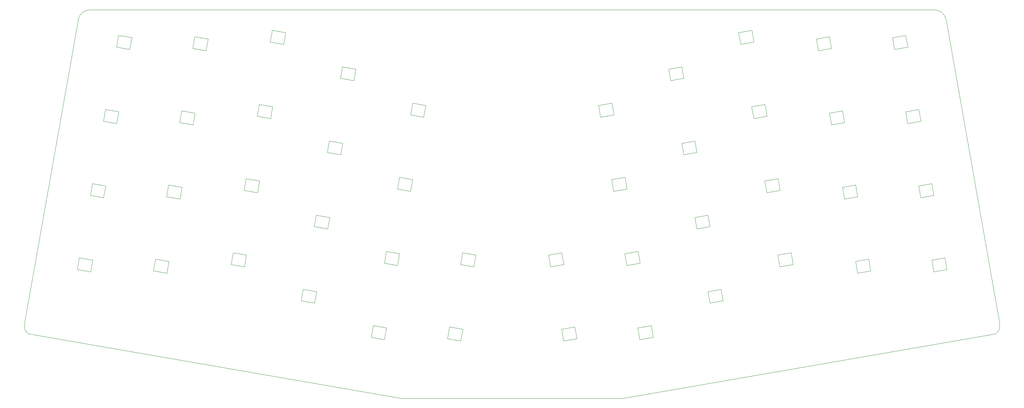
<source format=gbr>
%TF.GenerationSoftware,KiCad,Pcbnew,(5.1.10)-1*%
%TF.CreationDate,2021-09-29T15:51:44-06:00*%
%TF.ProjectId,VColMX44,56436f6c-4d58-4343-942e-6b696361645f,rev?*%
%TF.SameCoordinates,Original*%
%TF.FileFunction,Profile,NP*%
%FSLAX46Y46*%
G04 Gerber Fmt 4.6, Leading zero omitted, Abs format (unit mm)*
G04 Created by KiCad (PCBNEW (5.1.10)-1) date 2021-09-29 15:51:44*
%MOMM*%
%LPD*%
G01*
G04 APERTURE LIST*
%TA.AperFunction,Profile*%
%ADD10C,0.050000*%
%TD*%
G04 APERTURE END LIST*
D10*
X259499999Y-52506807D02*
G75*
G03*
X256540820Y-49999998I-2959184J-493192D01*
G01*
X40540818Y-52506803D02*
G75*
G02*
X43500000Y-50000000I2959182J-493197D01*
G01*
X272999997Y-130000000D02*
X273000000Y-129000000D01*
X27000000Y-130000000D02*
X27000000Y-129000000D01*
X272999997Y-130000000D02*
G75*
G02*
X271894426Y-131788852I-1999997J0D01*
G01*
X28105573Y-131788854D02*
G75*
G02*
X27000000Y-130000000I894427J1788854D01*
G01*
X28105573Y-131788854D02*
X122000000Y-148000000D01*
X178000000Y-148000000D02*
X271894426Y-131788852D01*
X43500000Y-50000000D02*
X150000000Y-50000000D01*
X27000000Y-129000000D02*
X40540818Y-52506803D01*
X150000000Y-148000000D02*
X122000000Y-148000000D01*
X178000000Y-148000000D02*
X150000000Y-148000000D01*
X259499999Y-52506807D02*
X273000000Y-129000000D01*
X150000000Y-50000000D02*
X256540820Y-49999998D01*
%TO.C,U1*%
X53540076Y-59947885D02*
X50191730Y-59357482D01*
X50191730Y-59357482D02*
X50712674Y-56403058D01*
X50712674Y-56403058D02*
X54061021Y-56993462D01*
X54061021Y-56993462D02*
X53540076Y-59947885D01*
%TO.C,U2*%
X72772368Y-60292777D02*
X69424022Y-59702374D01*
X69424022Y-59702374D02*
X69944966Y-56747950D01*
X69944966Y-56747950D02*
X73293313Y-57338354D01*
X73293313Y-57338354D02*
X72772368Y-60292777D01*
%TO.C,U3*%
X92872901Y-55713631D02*
X92351956Y-58668054D01*
X89524554Y-55123227D02*
X92872901Y-55713631D01*
X89003610Y-58077651D02*
X89524554Y-55123227D01*
X92351956Y-58668054D02*
X89003610Y-58077651D01*
%TO.C,U4*%
X110021414Y-67876216D02*
X106673068Y-67285813D01*
X106673068Y-67285813D02*
X107194012Y-64331389D01*
X107194012Y-64331389D02*
X110542359Y-64921793D01*
X110542359Y-64921793D02*
X110021414Y-67876216D01*
%TO.C,U5*%
X127690872Y-77084378D02*
X124342526Y-76493975D01*
X124342526Y-76493975D02*
X124863470Y-73539551D01*
X124863470Y-73539551D02*
X128211817Y-74129955D01*
X128211817Y-74129955D02*
X127690872Y-77084378D01*
%TO.C,U6*%
X140324534Y-114851965D02*
X136976188Y-114261562D01*
X136976188Y-114261562D02*
X137497132Y-111307138D01*
X137497132Y-111307138D02*
X140845479Y-111897542D01*
X140845479Y-111897542D02*
X140324534Y-114851965D01*
%TO.C,U7*%
X175136530Y-73539551D02*
X175657474Y-76493975D01*
X171788183Y-74129955D02*
X175136530Y-73539551D01*
X172309128Y-77084378D02*
X171788183Y-74129955D01*
X175657474Y-76493975D02*
X172309128Y-77084378D01*
%TO.C,U8*%
X193326932Y-67285813D02*
X189978586Y-67876216D01*
X189978586Y-67876216D02*
X189457641Y-64921793D01*
X189457641Y-64921793D02*
X192805988Y-64331389D01*
X192805988Y-64331389D02*
X193326932Y-67285813D01*
%TO.C,U9*%
X210996390Y-58077651D02*
X207648044Y-58668054D01*
X207648044Y-58668054D02*
X207127099Y-55713631D01*
X207127099Y-55713631D02*
X210475446Y-55123227D01*
X210475446Y-55123227D02*
X210996390Y-58077651D01*
%TO.C,U10*%
X230055034Y-56747950D02*
X230575978Y-59702374D01*
X226706687Y-57338354D02*
X230055034Y-56747950D01*
X227227632Y-60292777D02*
X226706687Y-57338354D01*
X230575978Y-59702374D02*
X227227632Y-60292777D01*
%TO.C,U11*%
X249287326Y-56403058D02*
X249808270Y-59357482D01*
X245938979Y-56993462D02*
X249287326Y-56403058D01*
X246459924Y-59947885D02*
X245938979Y-56993462D01*
X249808270Y-59357482D02*
X246459924Y-59947885D01*
%TO.C,U12*%
X50240761Y-78659233D02*
X46892415Y-78068830D01*
X46892415Y-78068830D02*
X47413359Y-75114406D01*
X47413359Y-75114406D02*
X50761706Y-75704810D01*
X50761706Y-75704810D02*
X50240761Y-78659233D01*
%TO.C,U13*%
X69473052Y-79004125D02*
X66124706Y-78413722D01*
X66124706Y-78413722D02*
X66645650Y-75459298D01*
X66645650Y-75459298D02*
X69993997Y-76049702D01*
X69993997Y-76049702D02*
X69473052Y-79004125D01*
%TO.C,U14*%
X89573586Y-74424980D02*
X89052641Y-77379403D01*
X86225239Y-73834576D02*
X89573586Y-74424980D01*
X85704295Y-76789000D02*
X86225239Y-73834576D01*
X89052641Y-77379403D02*
X85704295Y-76789000D01*
%TO.C,U15*%
X107243044Y-83633140D02*
X106722099Y-86587563D01*
X103894697Y-83042736D02*
X107243044Y-83633140D01*
X103373753Y-85997160D02*
X103894697Y-83042736D01*
X106722099Y-86587563D02*
X103373753Y-85997160D01*
%TO.C,U16*%
X124391557Y-95795725D02*
X121043211Y-95205322D01*
X121043211Y-95205322D02*
X121564155Y-92250898D01*
X121564155Y-92250898D02*
X124912502Y-92841302D01*
X124912502Y-92841302D02*
X124391557Y-95795725D01*
%TO.C,U17*%
X137025218Y-133563312D02*
X133676872Y-132972909D01*
X133676872Y-132972909D02*
X134197816Y-130018485D01*
X134197816Y-130018485D02*
X137546163Y-130608889D01*
X137546163Y-130608889D02*
X137025218Y-133563312D01*
%TO.C,U18*%
X178435845Y-92250898D02*
X178956789Y-95205322D01*
X175087498Y-92841302D02*
X178435845Y-92250898D01*
X175608443Y-95795725D02*
X175087498Y-92841302D01*
X178956789Y-95205322D02*
X175608443Y-95795725D01*
%TO.C,U19*%
X196626247Y-85997160D02*
X193277901Y-86587563D01*
X193277901Y-86587563D02*
X192756956Y-83633140D01*
X192756956Y-83633140D02*
X196105303Y-83042736D01*
X196105303Y-83042736D02*
X196626247Y-85997160D01*
%TO.C,U20*%
X214295705Y-76789000D02*
X210947359Y-77379403D01*
X210947359Y-77379403D02*
X210426414Y-74424980D01*
X210426414Y-74424980D02*
X213774761Y-73834576D01*
X213774761Y-73834576D02*
X214295705Y-76789000D01*
%TO.C,U21*%
X233354350Y-75459298D02*
X233875294Y-78413722D01*
X230006003Y-76049702D02*
X233354350Y-75459298D01*
X230526948Y-79004125D02*
X230006003Y-76049702D01*
X233875294Y-78413722D02*
X230526948Y-79004125D01*
%TO.C,U22*%
X252586641Y-75114406D02*
X253107585Y-78068830D01*
X249238294Y-75704810D02*
X252586641Y-75114406D01*
X249759239Y-78659233D02*
X249238294Y-75704810D01*
X253107585Y-78068830D02*
X249759239Y-78659233D01*
%TO.C,U23*%
X46941445Y-97370580D02*
X43593099Y-96780177D01*
X43593099Y-96780177D02*
X44114043Y-93825753D01*
X44114043Y-93825753D02*
X47462390Y-94416157D01*
X47462390Y-94416157D02*
X46941445Y-97370580D01*
%TO.C,U24*%
X66173735Y-97715472D02*
X62825389Y-97125069D01*
X62825389Y-97125069D02*
X63346333Y-94170645D01*
X63346333Y-94170645D02*
X66694680Y-94761049D01*
X66694680Y-94761049D02*
X66173735Y-97715472D01*
%TO.C,U25*%
X85753325Y-96090749D02*
X82404979Y-95500346D01*
X82404979Y-95500346D02*
X82925923Y-92545922D01*
X82925923Y-92545922D02*
X86274270Y-93136326D01*
X86274270Y-93136326D02*
X85753325Y-96090749D01*
%TO.C,U26*%
X103422783Y-105298911D02*
X100074437Y-104708508D01*
X100074437Y-104708508D02*
X100595381Y-101754084D01*
X100595381Y-101754084D02*
X103943728Y-102344488D01*
X103943728Y-102344488D02*
X103422783Y-105298911D01*
%TO.C,U27*%
X121613187Y-111552649D02*
X121092242Y-114507072D01*
X118264840Y-110962245D02*
X121613187Y-111552649D01*
X117743896Y-113916669D02*
X118264840Y-110962245D01*
X121092242Y-114507072D02*
X117743896Y-113916669D01*
%TO.C,U28*%
X162502868Y-111307138D02*
X163023812Y-114261562D01*
X159154521Y-111897542D02*
X162502868Y-111307138D01*
X159675466Y-114851965D02*
X159154521Y-111897542D01*
X163023812Y-114261562D02*
X159675466Y-114851965D01*
%TO.C,U29*%
X181735160Y-110962245D02*
X182256104Y-113916669D01*
X178386813Y-111552649D02*
X181735160Y-110962245D01*
X178907758Y-114507072D02*
X178386813Y-111552649D01*
X182256104Y-113916669D02*
X178907758Y-114507072D01*
%TO.C,U30*%
X199925563Y-104708508D02*
X196577217Y-105298911D01*
X196577217Y-105298911D02*
X196056272Y-102344488D01*
X196056272Y-102344488D02*
X199404619Y-101754084D01*
X199404619Y-101754084D02*
X199925563Y-104708508D01*
%TO.C,U31*%
X217074077Y-92545922D02*
X217595021Y-95500346D01*
X213725730Y-93136326D02*
X217074077Y-92545922D01*
X214246675Y-96090749D02*
X213725730Y-93136326D01*
X217595021Y-95500346D02*
X214246675Y-96090749D01*
%TO.C,U32*%
X236653667Y-94170645D02*
X237174611Y-97125069D01*
X233305320Y-94761049D02*
X236653667Y-94170645D01*
X233826265Y-97715472D02*
X233305320Y-94761049D01*
X237174611Y-97125069D02*
X233826265Y-97715472D01*
%TO.C,U33*%
X255885957Y-93825753D02*
X256406901Y-96780177D01*
X252537610Y-94416157D02*
X255885957Y-93825753D01*
X253058555Y-97370580D02*
X252537610Y-94416157D01*
X256406901Y-96780177D02*
X253058555Y-97370580D01*
%TO.C,U34*%
X44163075Y-113127504D02*
X43642130Y-116081927D01*
X40814728Y-112537100D02*
X44163075Y-113127504D01*
X40293784Y-115491524D02*
X40814728Y-112537100D01*
X43642130Y-116081927D02*
X40293784Y-115491524D01*
%TO.C,U35*%
X63395367Y-113472396D02*
X62874422Y-116426819D01*
X60047020Y-112881992D02*
X63395367Y-113472396D01*
X59526076Y-115836416D02*
X60047020Y-112881992D01*
X62874422Y-116426819D02*
X59526076Y-115836416D01*
%TO.C,U36*%
X82454010Y-114802096D02*
X79105664Y-114211693D01*
X79105664Y-114211693D02*
X79626608Y-111257269D01*
X79626608Y-111257269D02*
X82974955Y-111847673D01*
X82974955Y-111847673D02*
X82454010Y-114802096D01*
%TO.C,U37*%
X100123468Y-124010258D02*
X96775122Y-123419855D01*
X96775122Y-123419855D02*
X97296066Y-120465431D01*
X97296066Y-120465431D02*
X100644413Y-121055835D01*
X100644413Y-121055835D02*
X100123468Y-124010258D01*
%TO.C,U38*%
X118313871Y-130263997D02*
X117792926Y-133218420D01*
X114965524Y-129673593D02*
X118313871Y-130263997D01*
X114444580Y-132628017D02*
X114965524Y-129673593D01*
X117792926Y-133218420D02*
X114444580Y-132628017D01*
%TO.C,U39*%
X165802184Y-130018485D02*
X166323128Y-132972909D01*
X162453837Y-130608889D02*
X165802184Y-130018485D01*
X162974782Y-133563312D02*
X162453837Y-130608889D01*
X166323128Y-132972909D02*
X162974782Y-133563312D01*
%TO.C,U40*%
X185555420Y-132628017D02*
X182207074Y-133218420D01*
X182207074Y-133218420D02*
X181686129Y-130263997D01*
X181686129Y-130263997D02*
X185034476Y-129673593D01*
X185034476Y-129673593D02*
X185555420Y-132628017D01*
%TO.C,U41*%
X203224878Y-123419855D02*
X199876532Y-124010258D01*
X199876532Y-124010258D02*
X199355587Y-121055835D01*
X199355587Y-121055835D02*
X202703934Y-120465431D01*
X202703934Y-120465431D02*
X203224878Y-123419855D01*
%TO.C,U42*%
X220373392Y-111257269D02*
X220894336Y-114211693D01*
X217025045Y-111847673D02*
X220373392Y-111257269D01*
X217545990Y-114802096D02*
X217025045Y-111847673D01*
X220894336Y-114211693D02*
X217545990Y-114802096D01*
%TO.C,U43*%
X239952980Y-112881992D02*
X240473924Y-115836416D01*
X236604633Y-113472396D02*
X239952980Y-112881992D01*
X237125578Y-116426819D02*
X236604633Y-113472396D01*
X240473924Y-115836416D02*
X237125578Y-116426819D01*
%TO.C,U44*%
X259185272Y-112537100D02*
X259706216Y-115491524D01*
X255836925Y-113127504D02*
X259185272Y-112537100D01*
X256357870Y-116081927D02*
X255836925Y-113127504D01*
X259706216Y-115491524D02*
X256357870Y-116081927D01*
%TD*%
M02*

</source>
